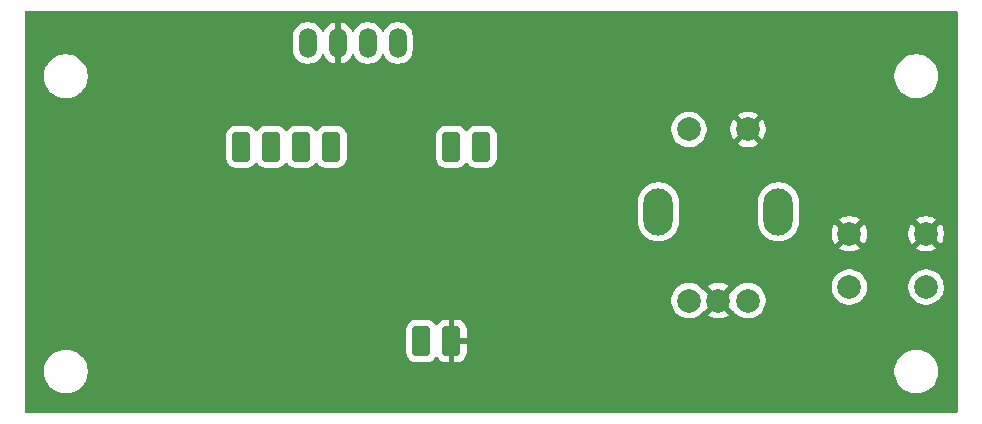
<source format=gbr>
%TF.GenerationSoftware,KiCad,Pcbnew,9.0.1*%
%TF.CreationDate,2025-04-18T19:30:08+12:00*%
%TF.ProjectId,Custom_V0_Display,43757374-6f6d-45f5-9630-5f446973706c,rev?*%
%TF.SameCoordinates,Original*%
%TF.FileFunction,Copper,L1,Top*%
%TF.FilePolarity,Positive*%
%FSLAX46Y46*%
G04 Gerber Fmt 4.6, Leading zero omitted, Abs format (unit mm)*
G04 Created by KiCad (PCBNEW 9.0.1) date 2025-04-18 19:30:08*
%MOMM*%
%LPD*%
G01*
G04 APERTURE LIST*
G04 Aperture macros list*
%AMRoundRect*
0 Rectangle with rounded corners*
0 $1 Rounding radius*
0 $2 $3 $4 $5 $6 $7 $8 $9 X,Y pos of 4 corners*
0 Add a 4 corners polygon primitive as box body*
4,1,4,$2,$3,$4,$5,$6,$7,$8,$9,$2,$3,0*
0 Add four circle primitives for the rounded corners*
1,1,$1+$1,$2,$3*
1,1,$1+$1,$4,$5*
1,1,$1+$1,$6,$7*
1,1,$1+$1,$8,$9*
0 Add four rect primitives between the rounded corners*
20,1,$1+$1,$2,$3,$4,$5,0*
20,1,$1+$1,$4,$5,$6,$7,0*
20,1,$1+$1,$6,$7,$8,$9,0*
20,1,$1+$1,$8,$9,$2,$3,0*%
G04 Aperture macros list end*
%TA.AperFunction,ComponentPad*%
%ADD10RoundRect,0.400000X0.400000X-0.900000X0.400000X0.900000X-0.400000X0.900000X-0.400000X-0.900000X0*%
%TD*%
%TA.AperFunction,ComponentPad*%
%ADD11RoundRect,0.400050X0.400050X-0.899950X0.400050X0.899950X-0.400050X0.899950X-0.400050X-0.899950X0*%
%TD*%
%TA.AperFunction,ComponentPad*%
%ADD12O,1.524000X2.524000*%
%TD*%
%TA.AperFunction,ComponentPad*%
%ADD13C,2.000000*%
%TD*%
%TA.AperFunction,ComponentPad*%
%ADD14O,2.500000X4.000000*%
%TD*%
%TA.AperFunction,Conductor*%
%ADD15C,0.200000*%
%TD*%
G04 APERTURE END LIST*
D10*
%TO.P,REF\u002A\u002A,1*%
%TO.N,GPIO0*%
X124354950Y-61635000D03*
%TO.P,REF\u002A\u002A,2*%
%TO.N,GPIO1*%
X121814950Y-61635000D03*
D11*
%TO.P,REF\u002A\u002A,6*%
%TO.N,GPIO5*%
X111654950Y-61635000D03*
%TO.P,REF\u002A\u002A,7*%
%TO.N,GPIO6*%
X109114950Y-61635000D03*
%TO.P,REF\u002A\u002A,8*%
%TO.N,GPIO7*%
X106574950Y-61635000D03*
%TO.P,REF\u002A\u002A,9*%
%TO.N,GPIO8*%
X104034950Y-61635000D03*
%TO.P,REF\u002A\u002A,20*%
%TO.N,GND*%
X121814950Y-78075000D03*
%TO.P,REF\u002A\u002A,21*%
%TO.N,3v3*%
X119274950Y-78075000D03*
%TD*%
D12*
%TO.P,OLED1,1*%
%TO.N,3v3*%
X109660000Y-52850000D03*
%TO.P,OLED1,2*%
%TO.N,GND*%
X112200000Y-52850000D03*
%TO.P,OLED1,3*%
%TO.N,GPIO1*%
X114740000Y-52850000D03*
%TO.P,OLED1,4*%
%TO.N,GPIO0*%
X117280000Y-52850000D03*
%TD*%
D13*
%TO.P,SW1,1*%
%TO.N,GND*%
X155500000Y-69000000D03*
X162000000Y-69000000D03*
%TO.P,SW1,2*%
%TO.N,GPIO5*%
X155500000Y-73500000D03*
X162000000Y-73500000D03*
%TD*%
%TO.P,SW2,A*%
%TO.N,GPIO7*%
X141920000Y-74650000D03*
%TO.P,SW2,B*%
%TO.N,GPIO6*%
X146920000Y-74650000D03*
%TO.P,SW2,C*%
%TO.N,GND*%
X144420000Y-74650000D03*
D14*
%TO.P,SW2,MP*%
%TO.N,N/C*%
X139340000Y-67150000D03*
X149500000Y-67150000D03*
D13*
%TO.P,SW2,S1*%
%TO.N,GPIO8*%
X141920000Y-60150000D03*
%TO.P,SW2,S2*%
%TO.N,GND*%
X146920000Y-60150000D03*
%TD*%
D15*
%TO.N,GPIO8*%
X104034950Y-62235000D02*
X104034950Y-61665050D01*
%TD*%
%TA.AperFunction,Conductor*%
%TO.N,GND*%
G36*
X164612539Y-50170185D02*
G01*
X164658294Y-50222989D01*
X164669500Y-50274500D01*
X164669500Y-84025500D01*
X164649815Y-84092539D01*
X164597011Y-84138294D01*
X164545500Y-84149500D01*
X85794500Y-84149500D01*
X85727461Y-84129815D01*
X85681706Y-84077011D01*
X85670500Y-84025500D01*
X85670500Y-80528711D01*
X87319500Y-80528711D01*
X87319500Y-80771288D01*
X87351161Y-81011785D01*
X87413947Y-81246104D01*
X87506773Y-81470205D01*
X87506776Y-81470212D01*
X87628064Y-81680289D01*
X87628066Y-81680292D01*
X87628067Y-81680293D01*
X87775733Y-81872736D01*
X87775739Y-81872743D01*
X87947256Y-82044260D01*
X87947262Y-82044265D01*
X88139711Y-82191936D01*
X88349788Y-82313224D01*
X88573900Y-82406054D01*
X88808211Y-82468838D01*
X88988586Y-82492584D01*
X89048711Y-82500500D01*
X89048712Y-82500500D01*
X89291289Y-82500500D01*
X89339388Y-82494167D01*
X89531789Y-82468838D01*
X89766100Y-82406054D01*
X89990212Y-82313224D01*
X90200289Y-82191936D01*
X90392738Y-82044265D01*
X90564265Y-81872738D01*
X90711936Y-81680289D01*
X90833224Y-81470212D01*
X90926054Y-81246100D01*
X90988838Y-81011789D01*
X91020500Y-80771288D01*
X91020500Y-80528712D01*
X91020500Y-80528711D01*
X159319500Y-80528711D01*
X159319500Y-80771288D01*
X159351161Y-81011785D01*
X159413947Y-81246104D01*
X159506773Y-81470205D01*
X159506776Y-81470212D01*
X159628064Y-81680289D01*
X159628066Y-81680292D01*
X159628067Y-81680293D01*
X159775733Y-81872736D01*
X159775739Y-81872743D01*
X159947256Y-82044260D01*
X159947262Y-82044265D01*
X160139711Y-82191936D01*
X160349788Y-82313224D01*
X160573900Y-82406054D01*
X160808211Y-82468838D01*
X160988586Y-82492584D01*
X161048711Y-82500500D01*
X161048712Y-82500500D01*
X161291289Y-82500500D01*
X161339388Y-82494167D01*
X161531789Y-82468838D01*
X161766100Y-82406054D01*
X161990212Y-82313224D01*
X162200289Y-82191936D01*
X162392738Y-82044265D01*
X162564265Y-81872738D01*
X162711936Y-81680289D01*
X162833224Y-81470212D01*
X162926054Y-81246100D01*
X162988838Y-81011789D01*
X163020500Y-80771288D01*
X163020500Y-80528712D01*
X162988838Y-80288211D01*
X162926054Y-80053900D01*
X162833224Y-79829788D01*
X162711936Y-79619711D01*
X162595621Y-79468126D01*
X162564266Y-79427263D01*
X162564260Y-79427256D01*
X162392743Y-79255739D01*
X162392736Y-79255733D01*
X162200293Y-79108067D01*
X162200292Y-79108066D01*
X162200289Y-79108064D01*
X161990212Y-78986776D01*
X161990205Y-78986773D01*
X161766104Y-78893947D01*
X161531785Y-78831161D01*
X161291289Y-78799500D01*
X161291288Y-78799500D01*
X161048712Y-78799500D01*
X161048711Y-78799500D01*
X160808214Y-78831161D01*
X160573895Y-78893947D01*
X160349794Y-78986773D01*
X160349785Y-78986777D01*
X160139706Y-79108067D01*
X159947263Y-79255733D01*
X159947256Y-79255739D01*
X159775739Y-79427256D01*
X159775733Y-79427263D01*
X159628067Y-79619706D01*
X159506777Y-79829785D01*
X159506773Y-79829794D01*
X159413947Y-80053895D01*
X159351161Y-80288214D01*
X159319500Y-80528711D01*
X91020500Y-80528711D01*
X90988838Y-80288211D01*
X90926054Y-80053900D01*
X90833224Y-79829788D01*
X90711936Y-79619711D01*
X90595621Y-79468126D01*
X90564266Y-79427263D01*
X90564260Y-79427256D01*
X90392743Y-79255739D01*
X90392736Y-79255733D01*
X90200293Y-79108067D01*
X90200292Y-79108066D01*
X90200289Y-79108064D01*
X89990212Y-78986776D01*
X89990205Y-78986773D01*
X89766104Y-78893947D01*
X89531785Y-78831161D01*
X89291289Y-78799500D01*
X89291288Y-78799500D01*
X89048712Y-78799500D01*
X89048711Y-78799500D01*
X88808214Y-78831161D01*
X88573895Y-78893947D01*
X88349794Y-78986773D01*
X88349785Y-78986777D01*
X88139706Y-79108067D01*
X87947263Y-79255733D01*
X87947256Y-79255739D01*
X87775739Y-79427256D01*
X87775733Y-79427263D01*
X87628067Y-79619706D01*
X87506777Y-79829785D01*
X87506773Y-79829794D01*
X87413947Y-80053895D01*
X87351161Y-80288214D01*
X87319500Y-80528711D01*
X85670500Y-80528711D01*
X85670500Y-77112019D01*
X117974350Y-77112019D01*
X117974350Y-79037964D01*
X117974351Y-79037983D01*
X117980537Y-79116599D01*
X117980537Y-79116602D01*
X117980538Y-79116603D01*
X118029534Y-79299456D01*
X118058912Y-79357114D01*
X118115473Y-79468124D01*
X118115474Y-79468126D01*
X118181301Y-79549414D01*
X118234608Y-79615242D01*
X118315896Y-79681068D01*
X118381723Y-79734375D01*
X118381725Y-79734376D01*
X118437229Y-79762656D01*
X118550394Y-79820316D01*
X118733247Y-79869312D01*
X118811875Y-79875500D01*
X119738024Y-79875499D01*
X119816653Y-79869312D01*
X119999506Y-79820316D01*
X120168176Y-79734375D01*
X120315292Y-79615242D01*
X120434425Y-79468126D01*
X120434744Y-79467500D01*
X120435025Y-79467201D01*
X120437964Y-79462677D01*
X120438791Y-79463214D01*
X120482718Y-79416703D01*
X120550538Y-79399907D01*
X120616674Y-79422443D01*
X120651680Y-79462843D01*
X120652357Y-79462404D01*
X120655518Y-79467271D01*
X120655715Y-79467499D01*
X120655894Y-79467851D01*
X120655896Y-79467854D01*
X120774963Y-79614886D01*
X120921995Y-79733953D01*
X120921998Y-79733955D01*
X121090575Y-79819848D01*
X121273327Y-79868816D01*
X121351896Y-79874999D01*
X121351910Y-79875000D01*
X121564950Y-79875000D01*
X122064950Y-79875000D01*
X122277990Y-79875000D01*
X122278003Y-79874999D01*
X122356572Y-79868816D01*
X122539324Y-79819848D01*
X122707901Y-79733955D01*
X122707904Y-79733953D01*
X122854936Y-79614886D01*
X122974003Y-79467854D01*
X122974005Y-79467851D01*
X123059898Y-79299274D01*
X123108866Y-79116522D01*
X123115049Y-79037953D01*
X123115050Y-79037940D01*
X123115050Y-78325000D01*
X122064950Y-78325000D01*
X122064950Y-79875000D01*
X121564950Y-79875000D01*
X121564950Y-77790686D01*
X121569344Y-77795080D01*
X121660556Y-77847741D01*
X121762289Y-77875000D01*
X121867611Y-77875000D01*
X121969344Y-77847741D01*
X122060556Y-77795080D01*
X122064950Y-77790686D01*
X122064950Y-77825000D01*
X123115050Y-77825000D01*
X123115050Y-77112059D01*
X123115049Y-77112046D01*
X123108866Y-77033477D01*
X123059898Y-76850725D01*
X122974005Y-76682148D01*
X122974003Y-76682145D01*
X122854936Y-76535113D01*
X122707904Y-76416046D01*
X122707901Y-76416044D01*
X122539324Y-76330151D01*
X122356572Y-76281183D01*
X122278003Y-76275000D01*
X122064950Y-76275000D01*
X122064950Y-77159314D01*
X122060556Y-77154920D01*
X121969344Y-77102259D01*
X121867611Y-77075000D01*
X121762289Y-77075000D01*
X121660556Y-77102259D01*
X121569344Y-77154920D01*
X121564950Y-77159314D01*
X121564950Y-76275000D01*
X121351896Y-76275000D01*
X121273327Y-76281183D01*
X121090575Y-76330151D01*
X120921998Y-76416044D01*
X120921995Y-76416046D01*
X120774963Y-76535113D01*
X120655896Y-76682145D01*
X120655892Y-76682151D01*
X120655711Y-76682508D01*
X120655551Y-76682677D01*
X120652357Y-76687596D01*
X120651457Y-76687011D01*
X120607734Y-76733301D01*
X120539912Y-76750092D01*
X120473778Y-76727550D01*
X120438576Y-76686924D01*
X120437964Y-76687323D01*
X120435098Y-76682910D01*
X120434748Y-76682506D01*
X120434427Y-76681877D01*
X120434425Y-76681873D01*
X120381118Y-76616046D01*
X120315292Y-76534758D01*
X120249464Y-76481451D01*
X120168176Y-76415624D01*
X120168174Y-76415623D01*
X120057164Y-76359062D01*
X119999506Y-76329684D01*
X119932574Y-76311749D01*
X119816651Y-76280687D01*
X119744378Y-76275000D01*
X119738025Y-76274500D01*
X119738024Y-76274500D01*
X118811885Y-76274500D01*
X118811866Y-76274501D01*
X118733250Y-76280687D01*
X118550394Y-76329684D01*
X118381725Y-76415623D01*
X118381723Y-76415624D01*
X118234608Y-76534758D01*
X118115474Y-76681873D01*
X118115473Y-76681875D01*
X118029534Y-76850544D01*
X117980537Y-77033398D01*
X117974350Y-77112019D01*
X85670500Y-77112019D01*
X85670500Y-74531902D01*
X140419500Y-74531902D01*
X140419500Y-74768097D01*
X140456446Y-75001368D01*
X140529433Y-75225996D01*
X140636657Y-75436433D01*
X140775483Y-75627510D01*
X140942490Y-75794517D01*
X141133567Y-75933343D01*
X141232991Y-75984002D01*
X141344003Y-76040566D01*
X141344005Y-76040566D01*
X141344008Y-76040568D01*
X141464412Y-76079689D01*
X141568631Y-76113553D01*
X141801903Y-76150500D01*
X141801908Y-76150500D01*
X142038097Y-76150500D01*
X142271368Y-76113553D01*
X142272870Y-76113065D01*
X142495992Y-76040568D01*
X142706433Y-75933343D01*
X142897510Y-75794517D01*
X143064517Y-75627510D01*
X143109267Y-75565915D01*
X143113680Y-75561031D01*
X143138059Y-75546063D01*
X143160711Y-75528596D01*
X143168343Y-75527470D01*
X143173223Y-75524475D01*
X143186770Y-75524753D01*
X143192543Y-75523902D01*
X143896212Y-74820233D01*
X143907482Y-74862292D01*
X143979890Y-74987708D01*
X144082292Y-75090110D01*
X144207708Y-75162518D01*
X144249765Y-75173787D01*
X143550893Y-75872658D01*
X143633828Y-75932914D01*
X143844197Y-76040102D01*
X144068752Y-76113065D01*
X144068751Y-76113065D01*
X144301948Y-76150000D01*
X144538052Y-76150000D01*
X144771247Y-76113065D01*
X144995802Y-76040102D01*
X145206163Y-75932918D01*
X145206169Y-75932914D01*
X145289104Y-75872658D01*
X145289105Y-75872658D01*
X144590233Y-75173787D01*
X144632292Y-75162518D01*
X144757708Y-75090110D01*
X144860110Y-74987708D01*
X144932518Y-74862292D01*
X144943787Y-74820234D01*
X145649270Y-75525717D01*
X145692943Y-75534891D01*
X145734614Y-75571259D01*
X145775483Y-75627510D01*
X145942490Y-75794517D01*
X146133567Y-75933343D01*
X146232991Y-75984002D01*
X146344003Y-76040566D01*
X146344005Y-76040566D01*
X146344008Y-76040568D01*
X146464412Y-76079689D01*
X146568631Y-76113553D01*
X146801903Y-76150500D01*
X146801908Y-76150500D01*
X147038097Y-76150500D01*
X147271368Y-76113553D01*
X147272870Y-76113065D01*
X147495992Y-76040568D01*
X147706433Y-75933343D01*
X147897510Y-75794517D01*
X148064517Y-75627510D01*
X148203343Y-75436433D01*
X148310568Y-75225992D01*
X148383553Y-75001368D01*
X148401102Y-74890568D01*
X148420500Y-74768097D01*
X148420500Y-74531902D01*
X148383553Y-74298631D01*
X148311214Y-74075996D01*
X148310568Y-74074008D01*
X148310566Y-74074005D01*
X148310566Y-74074003D01*
X148203342Y-73863566D01*
X148139791Y-73776096D01*
X148064517Y-73672490D01*
X147897510Y-73505483D01*
X147727416Y-73381902D01*
X153999500Y-73381902D01*
X153999500Y-73618097D01*
X154036446Y-73851368D01*
X154109433Y-74075996D01*
X154177656Y-74209890D01*
X154216657Y-74286433D01*
X154355483Y-74477510D01*
X154522490Y-74644517D01*
X154713567Y-74783343D01*
X154812991Y-74834002D01*
X154924003Y-74890566D01*
X154924005Y-74890566D01*
X154924008Y-74890568D01*
X155044412Y-74929689D01*
X155148631Y-74963553D01*
X155381903Y-75000500D01*
X155381908Y-75000500D01*
X155618097Y-75000500D01*
X155851368Y-74963553D01*
X156075992Y-74890568D01*
X156286433Y-74783343D01*
X156477510Y-74644517D01*
X156644517Y-74477510D01*
X156783343Y-74286433D01*
X156890568Y-74075992D01*
X156963553Y-73851368D01*
X156977216Y-73765105D01*
X157000500Y-73618097D01*
X157000500Y-73381902D01*
X160499500Y-73381902D01*
X160499500Y-73618097D01*
X160536446Y-73851368D01*
X160609433Y-74075996D01*
X160677656Y-74209890D01*
X160716657Y-74286433D01*
X160855483Y-74477510D01*
X161022490Y-74644517D01*
X161213567Y-74783343D01*
X161312991Y-74834002D01*
X161424003Y-74890566D01*
X161424005Y-74890566D01*
X161424008Y-74890568D01*
X161544412Y-74929689D01*
X161648631Y-74963553D01*
X161881903Y-75000500D01*
X161881908Y-75000500D01*
X162118097Y-75000500D01*
X162351368Y-74963553D01*
X162575992Y-74890568D01*
X162786433Y-74783343D01*
X162977510Y-74644517D01*
X163144517Y-74477510D01*
X163283343Y-74286433D01*
X163390568Y-74075992D01*
X163463553Y-73851368D01*
X163477216Y-73765105D01*
X163500500Y-73618097D01*
X163500500Y-73381902D01*
X163463553Y-73148631D01*
X163390566Y-72924003D01*
X163283342Y-72713566D01*
X163144517Y-72522490D01*
X162977510Y-72355483D01*
X162786433Y-72216657D01*
X162575996Y-72109433D01*
X162351368Y-72036446D01*
X162118097Y-71999500D01*
X162118092Y-71999500D01*
X161881908Y-71999500D01*
X161881903Y-71999500D01*
X161648631Y-72036446D01*
X161424003Y-72109433D01*
X161213566Y-72216657D01*
X161104550Y-72295862D01*
X161022490Y-72355483D01*
X161022488Y-72355485D01*
X161022487Y-72355485D01*
X160855485Y-72522487D01*
X160855485Y-72522488D01*
X160855483Y-72522490D01*
X160795862Y-72604550D01*
X160716657Y-72713566D01*
X160609433Y-72924003D01*
X160536446Y-73148631D01*
X160499500Y-73381902D01*
X157000500Y-73381902D01*
X156963553Y-73148631D01*
X156890566Y-72924003D01*
X156783342Y-72713566D01*
X156644517Y-72522490D01*
X156477510Y-72355483D01*
X156286433Y-72216657D01*
X156075996Y-72109433D01*
X155851368Y-72036446D01*
X155618097Y-71999500D01*
X155618092Y-71999500D01*
X155381908Y-71999500D01*
X155381903Y-71999500D01*
X155148631Y-72036446D01*
X154924003Y-72109433D01*
X154713566Y-72216657D01*
X154604550Y-72295862D01*
X154522490Y-72355483D01*
X154522488Y-72355485D01*
X154522487Y-72355485D01*
X154355485Y-72522487D01*
X154355485Y-72522488D01*
X154355483Y-72522490D01*
X154295862Y-72604550D01*
X154216657Y-72713566D01*
X154109433Y-72924003D01*
X154036446Y-73148631D01*
X153999500Y-73381902D01*
X147727416Y-73381902D01*
X147706433Y-73366657D01*
X147495996Y-73259433D01*
X147271368Y-73186446D01*
X147038097Y-73149500D01*
X147038092Y-73149500D01*
X146801908Y-73149500D01*
X146801903Y-73149500D01*
X146568631Y-73186446D01*
X146344003Y-73259433D01*
X146133566Y-73366657D01*
X146050047Y-73427338D01*
X145942490Y-73505483D01*
X145942488Y-73505485D01*
X145942487Y-73505485D01*
X145775482Y-73672490D01*
X145734615Y-73728739D01*
X145679285Y-73771404D01*
X145647455Y-73776096D01*
X144943787Y-74479765D01*
X144932518Y-74437708D01*
X144860110Y-74312292D01*
X144757708Y-74209890D01*
X144632292Y-74137482D01*
X144590234Y-74126212D01*
X145289105Y-73427340D01*
X145289104Y-73427338D01*
X145206174Y-73367087D01*
X144995802Y-73259897D01*
X144771247Y-73186934D01*
X144771248Y-73186934D01*
X144538052Y-73150000D01*
X144301948Y-73150000D01*
X144068752Y-73186934D01*
X143844197Y-73259897D01*
X143633830Y-73367084D01*
X143550894Y-73427340D01*
X144249766Y-74126212D01*
X144207708Y-74137482D01*
X144082292Y-74209890D01*
X143979890Y-74312292D01*
X143907482Y-74437708D01*
X143896212Y-74479765D01*
X143191809Y-73775363D01*
X143177862Y-73771577D01*
X143147052Y-73765105D01*
X143143361Y-73762214D01*
X143140824Y-73761526D01*
X143131673Y-73753060D01*
X143113680Y-73738968D01*
X143109264Y-73734079D01*
X143064517Y-73672490D01*
X142897510Y-73505483D01*
X142706433Y-73366657D01*
X142495996Y-73259433D01*
X142271368Y-73186446D01*
X142038097Y-73149500D01*
X142038092Y-73149500D01*
X141801908Y-73149500D01*
X141801903Y-73149500D01*
X141568631Y-73186446D01*
X141344003Y-73259433D01*
X141133566Y-73366657D01*
X141050047Y-73427338D01*
X140942490Y-73505483D01*
X140942488Y-73505485D01*
X140942487Y-73505485D01*
X140775485Y-73672487D01*
X140775485Y-73672488D01*
X140775483Y-73672490D01*
X140734616Y-73728739D01*
X140636657Y-73863566D01*
X140529433Y-74074003D01*
X140456446Y-74298631D01*
X140419500Y-74531902D01*
X85670500Y-74531902D01*
X85670500Y-66285258D01*
X137589500Y-66285258D01*
X137589500Y-68014741D01*
X137604793Y-68130893D01*
X137619452Y-68242238D01*
X137619453Y-68242240D01*
X137678842Y-68463887D01*
X137766650Y-68675876D01*
X137766657Y-68675890D01*
X137881392Y-68874617D01*
X138021081Y-69056661D01*
X138021089Y-69056670D01*
X138183330Y-69218911D01*
X138183338Y-69218918D01*
X138365382Y-69358607D01*
X138365385Y-69358608D01*
X138365388Y-69358611D01*
X138564112Y-69473344D01*
X138564117Y-69473346D01*
X138564123Y-69473349D01*
X138655480Y-69511190D01*
X138776113Y-69561158D01*
X138997762Y-69620548D01*
X139225266Y-69650500D01*
X139225273Y-69650500D01*
X139454727Y-69650500D01*
X139454734Y-69650500D01*
X139682238Y-69620548D01*
X139903887Y-69561158D01*
X140115888Y-69473344D01*
X140314612Y-69358611D01*
X140496661Y-69218919D01*
X140496665Y-69218914D01*
X140496670Y-69218911D01*
X140658911Y-69056670D01*
X140658914Y-69056665D01*
X140658919Y-69056661D01*
X140798611Y-68874612D01*
X140913344Y-68675888D01*
X141001158Y-68463887D01*
X141060548Y-68242238D01*
X141090500Y-68014734D01*
X141090500Y-66285266D01*
X141090499Y-66285258D01*
X147749500Y-66285258D01*
X147749500Y-68014741D01*
X147764793Y-68130893D01*
X147779452Y-68242238D01*
X147779453Y-68242240D01*
X147838842Y-68463887D01*
X147926650Y-68675876D01*
X147926657Y-68675890D01*
X148041392Y-68874617D01*
X148181081Y-69056661D01*
X148181089Y-69056670D01*
X148343330Y-69218911D01*
X148343338Y-69218918D01*
X148525382Y-69358607D01*
X148525385Y-69358608D01*
X148525388Y-69358611D01*
X148724112Y-69473344D01*
X148724117Y-69473346D01*
X148724123Y-69473349D01*
X148815480Y-69511190D01*
X148936113Y-69561158D01*
X149157762Y-69620548D01*
X149385266Y-69650500D01*
X149385273Y-69650500D01*
X149614727Y-69650500D01*
X149614734Y-69650500D01*
X149842238Y-69620548D01*
X150063887Y-69561158D01*
X150275888Y-69473344D01*
X150474612Y-69358611D01*
X150656661Y-69218919D01*
X150656665Y-69218914D01*
X150656670Y-69218911D01*
X150818911Y-69056670D01*
X150818914Y-69056665D01*
X150818919Y-69056661D01*
X150952983Y-68881947D01*
X154000000Y-68881947D01*
X154000000Y-69118052D01*
X154036934Y-69351247D01*
X154109897Y-69575802D01*
X154217087Y-69786174D01*
X154277338Y-69869104D01*
X154277340Y-69869105D01*
X154976212Y-69170233D01*
X154987482Y-69212292D01*
X155059890Y-69337708D01*
X155162292Y-69440110D01*
X155287708Y-69512518D01*
X155329765Y-69523787D01*
X154630893Y-70222658D01*
X154713828Y-70282914D01*
X154924197Y-70390102D01*
X155148752Y-70463065D01*
X155148751Y-70463065D01*
X155381948Y-70500000D01*
X155618052Y-70500000D01*
X155851247Y-70463065D01*
X156075802Y-70390102D01*
X156286163Y-70282918D01*
X156286169Y-70282914D01*
X156369104Y-70222658D01*
X156369105Y-70222658D01*
X155670233Y-69523787D01*
X155712292Y-69512518D01*
X155837708Y-69440110D01*
X155940110Y-69337708D01*
X156012518Y-69212292D01*
X156023787Y-69170234D01*
X156722658Y-69869105D01*
X156722658Y-69869104D01*
X156782914Y-69786169D01*
X156782918Y-69786163D01*
X156890102Y-69575802D01*
X156963065Y-69351247D01*
X157000000Y-69118052D01*
X157000000Y-68881947D01*
X160500000Y-68881947D01*
X160500000Y-69118052D01*
X160536934Y-69351247D01*
X160609897Y-69575802D01*
X160717087Y-69786174D01*
X160777338Y-69869104D01*
X160777340Y-69869105D01*
X161476212Y-69170233D01*
X161487482Y-69212292D01*
X161559890Y-69337708D01*
X161662292Y-69440110D01*
X161787708Y-69512518D01*
X161829765Y-69523787D01*
X161130893Y-70222658D01*
X161213828Y-70282914D01*
X161424197Y-70390102D01*
X161648752Y-70463065D01*
X161648751Y-70463065D01*
X161881948Y-70500000D01*
X162118052Y-70500000D01*
X162351247Y-70463065D01*
X162575802Y-70390102D01*
X162786163Y-70282918D01*
X162786169Y-70282914D01*
X162869104Y-70222658D01*
X162869105Y-70222658D01*
X162170233Y-69523787D01*
X162212292Y-69512518D01*
X162337708Y-69440110D01*
X162440110Y-69337708D01*
X162512518Y-69212292D01*
X162523787Y-69170233D01*
X163222658Y-69869105D01*
X163222658Y-69869104D01*
X163282914Y-69786169D01*
X163282918Y-69786163D01*
X163390102Y-69575802D01*
X163463065Y-69351247D01*
X163500000Y-69118052D01*
X163500000Y-68881947D01*
X163463065Y-68648752D01*
X163390102Y-68424197D01*
X163282914Y-68213828D01*
X163222658Y-68130894D01*
X163222658Y-68130893D01*
X162523787Y-68829765D01*
X162512518Y-68787708D01*
X162440110Y-68662292D01*
X162337708Y-68559890D01*
X162212292Y-68487482D01*
X162170234Y-68476212D01*
X162869105Y-67777340D01*
X162869104Y-67777338D01*
X162786174Y-67717087D01*
X162575802Y-67609897D01*
X162351247Y-67536934D01*
X162351248Y-67536934D01*
X162118052Y-67500000D01*
X161881948Y-67500000D01*
X161648752Y-67536934D01*
X161424197Y-67609897D01*
X161213830Y-67717084D01*
X161130894Y-67777340D01*
X161829766Y-68476212D01*
X161787708Y-68487482D01*
X161662292Y-68559890D01*
X161559890Y-68662292D01*
X161487482Y-68787708D01*
X161476212Y-68829766D01*
X160777340Y-68130894D01*
X160717084Y-68213830D01*
X160609897Y-68424197D01*
X160536934Y-68648752D01*
X160500000Y-68881947D01*
X157000000Y-68881947D01*
X156963065Y-68648752D01*
X156890102Y-68424197D01*
X156782914Y-68213828D01*
X156722658Y-68130894D01*
X156722658Y-68130893D01*
X156023787Y-68829765D01*
X156012518Y-68787708D01*
X155940110Y-68662292D01*
X155837708Y-68559890D01*
X155712292Y-68487482D01*
X155670234Y-68476212D01*
X156369105Y-67777340D01*
X156369104Y-67777339D01*
X156286174Y-67717087D01*
X156075802Y-67609897D01*
X155851247Y-67536934D01*
X155851248Y-67536934D01*
X155618052Y-67500000D01*
X155381948Y-67500000D01*
X155148752Y-67536934D01*
X154924197Y-67609897D01*
X154713830Y-67717084D01*
X154630894Y-67777340D01*
X155329766Y-68476212D01*
X155287708Y-68487482D01*
X155162292Y-68559890D01*
X155059890Y-68662292D01*
X154987482Y-68787708D01*
X154976212Y-68829766D01*
X154277340Y-68130894D01*
X154217084Y-68213830D01*
X154109897Y-68424197D01*
X154036934Y-68648752D01*
X154000000Y-68881947D01*
X150952983Y-68881947D01*
X150958611Y-68874612D01*
X151073344Y-68675888D01*
X151161158Y-68463887D01*
X151220548Y-68242238D01*
X151250500Y-68014734D01*
X151250500Y-66285266D01*
X151220548Y-66057762D01*
X151161158Y-65836113D01*
X151073344Y-65624112D01*
X150958611Y-65425388D01*
X150958608Y-65425385D01*
X150958607Y-65425382D01*
X150818918Y-65243338D01*
X150818911Y-65243330D01*
X150656670Y-65081089D01*
X150656661Y-65081081D01*
X150474617Y-64941392D01*
X150275890Y-64826657D01*
X150275876Y-64826650D01*
X150063887Y-64738842D01*
X149842238Y-64679452D01*
X149804215Y-64674446D01*
X149614741Y-64649500D01*
X149614734Y-64649500D01*
X149385266Y-64649500D01*
X149385258Y-64649500D01*
X149168715Y-64678009D01*
X149157762Y-64679452D01*
X149064076Y-64704554D01*
X148936112Y-64738842D01*
X148724123Y-64826650D01*
X148724109Y-64826657D01*
X148525382Y-64941392D01*
X148343338Y-65081081D01*
X148181081Y-65243338D01*
X148041392Y-65425382D01*
X147926657Y-65624109D01*
X147926650Y-65624123D01*
X147838842Y-65836112D01*
X147779453Y-66057759D01*
X147779451Y-66057770D01*
X147749500Y-66285258D01*
X141090499Y-66285258D01*
X141060548Y-66057762D01*
X141001158Y-65836113D01*
X140913344Y-65624112D01*
X140798611Y-65425388D01*
X140798608Y-65425385D01*
X140798607Y-65425382D01*
X140658918Y-65243338D01*
X140658911Y-65243330D01*
X140496670Y-65081089D01*
X140496661Y-65081081D01*
X140314617Y-64941392D01*
X140115890Y-64826657D01*
X140115876Y-64826650D01*
X139903887Y-64738842D01*
X139682238Y-64679452D01*
X139644215Y-64674446D01*
X139454741Y-64649500D01*
X139454734Y-64649500D01*
X139225266Y-64649500D01*
X139225258Y-64649500D01*
X139008715Y-64678009D01*
X138997762Y-64679452D01*
X138904076Y-64704554D01*
X138776112Y-64738842D01*
X138564123Y-64826650D01*
X138564109Y-64826657D01*
X138365382Y-64941392D01*
X138183338Y-65081081D01*
X138021081Y-65243338D01*
X137881392Y-65425382D01*
X137766657Y-65624109D01*
X137766650Y-65624123D01*
X137678842Y-65836112D01*
X137619453Y-66057759D01*
X137619451Y-66057770D01*
X137589500Y-66285258D01*
X85670500Y-66285258D01*
X85670500Y-60672019D01*
X102734350Y-60672019D01*
X102734350Y-62597964D01*
X102734351Y-62597983D01*
X102740537Y-62676599D01*
X102740538Y-62676601D01*
X102740538Y-62676603D01*
X102789534Y-62859456D01*
X102818912Y-62917114D01*
X102875473Y-63028124D01*
X102875474Y-63028126D01*
X102941301Y-63109414D01*
X102994608Y-63175242D01*
X103075896Y-63241068D01*
X103141723Y-63294375D01*
X103141725Y-63294376D01*
X103197229Y-63322656D01*
X103310394Y-63380316D01*
X103493247Y-63429312D01*
X103571875Y-63435500D01*
X104498024Y-63435499D01*
X104576653Y-63429312D01*
X104759506Y-63380316D01*
X104928176Y-63294375D01*
X105075292Y-63175242D01*
X105194425Y-63028126D01*
X105194462Y-63028052D01*
X105194496Y-63028016D01*
X105197964Y-63022677D01*
X105198940Y-63023310D01*
X105242434Y-62977255D01*
X105310254Y-62960455D01*
X105376390Y-62982989D01*
X105411196Y-63023157D01*
X105411936Y-63022677D01*
X105415394Y-63028002D01*
X105415438Y-63028053D01*
X105415476Y-63028128D01*
X105467115Y-63091896D01*
X105534608Y-63175242D01*
X105615896Y-63241068D01*
X105681723Y-63294375D01*
X105681725Y-63294376D01*
X105737229Y-63322656D01*
X105850394Y-63380316D01*
X106033247Y-63429312D01*
X106111875Y-63435500D01*
X107038024Y-63435499D01*
X107116653Y-63429312D01*
X107299506Y-63380316D01*
X107468176Y-63294375D01*
X107615292Y-63175242D01*
X107734425Y-63028126D01*
X107734462Y-63028052D01*
X107734496Y-63028016D01*
X107737964Y-63022677D01*
X107738940Y-63023310D01*
X107782434Y-62977255D01*
X107850254Y-62960455D01*
X107916390Y-62982989D01*
X107951196Y-63023157D01*
X107951936Y-63022677D01*
X107955394Y-63028002D01*
X107955438Y-63028053D01*
X107955476Y-63028128D01*
X108007115Y-63091896D01*
X108074608Y-63175242D01*
X108155896Y-63241068D01*
X108221723Y-63294375D01*
X108221725Y-63294376D01*
X108277229Y-63322656D01*
X108390394Y-63380316D01*
X108573247Y-63429312D01*
X108651875Y-63435500D01*
X109578024Y-63435499D01*
X109656653Y-63429312D01*
X109839506Y-63380316D01*
X110008176Y-63294375D01*
X110155292Y-63175242D01*
X110274425Y-63028126D01*
X110274462Y-63028052D01*
X110274496Y-63028016D01*
X110277964Y-63022677D01*
X110278940Y-63023310D01*
X110322434Y-62977255D01*
X110390254Y-62960455D01*
X110456390Y-62982989D01*
X110491196Y-63023157D01*
X110491936Y-63022677D01*
X110495394Y-63028002D01*
X110495438Y-63028053D01*
X110495476Y-63028128D01*
X110547115Y-63091896D01*
X110614608Y-63175242D01*
X110695896Y-63241068D01*
X110761723Y-63294375D01*
X110761725Y-63294376D01*
X110817229Y-63322656D01*
X110930394Y-63380316D01*
X111113247Y-63429312D01*
X111191875Y-63435500D01*
X112118024Y-63435499D01*
X112196653Y-63429312D01*
X112379506Y-63380316D01*
X112548176Y-63294375D01*
X112695292Y-63175242D01*
X112814425Y-63028126D01*
X112900366Y-62859456D01*
X112949362Y-62676603D01*
X112955550Y-62597975D01*
X112955549Y-60672026D01*
X112955545Y-60671973D01*
X120514450Y-60671973D01*
X120514450Y-62598010D01*
X120514451Y-62598029D01*
X120520637Y-62676643D01*
X120520638Y-62676645D01*
X120569630Y-62859488D01*
X120591733Y-62902868D01*
X120655564Y-63028146D01*
X120704809Y-63088958D01*
X120774693Y-63175257D01*
X120881261Y-63261554D01*
X120921803Y-63294385D01*
X121005321Y-63336938D01*
X121090462Y-63380320D01*
X121273305Y-63429312D01*
X121351929Y-63435500D01*
X122277970Y-63435499D01*
X122356595Y-63429312D01*
X122539438Y-63380320D01*
X122667958Y-63314835D01*
X122708096Y-63294385D01*
X122708097Y-63294383D01*
X122708099Y-63294383D01*
X122855207Y-63175257D01*
X122974333Y-63028149D01*
X122974464Y-63027892D01*
X122974580Y-63027768D01*
X122977875Y-63022696D01*
X122978802Y-63023298D01*
X123022438Y-62977095D01*
X123090259Y-62960299D01*
X123156394Y-62982835D01*
X123191326Y-63023149D01*
X123192025Y-63022696D01*
X123195290Y-63027724D01*
X123195436Y-63027892D01*
X123195567Y-63028149D01*
X123314693Y-63175257D01*
X123421261Y-63261554D01*
X123461803Y-63294385D01*
X123545321Y-63336938D01*
X123630462Y-63380320D01*
X123813305Y-63429312D01*
X123891929Y-63435500D01*
X124817970Y-63435499D01*
X124896595Y-63429312D01*
X125079438Y-63380320D01*
X125207958Y-63314835D01*
X125248096Y-63294385D01*
X125248097Y-63294383D01*
X125248099Y-63294383D01*
X125395207Y-63175257D01*
X125514333Y-63028149D01*
X125514528Y-63027768D01*
X125540346Y-62977095D01*
X125600270Y-62859488D01*
X125649262Y-62676645D01*
X125655450Y-62598021D01*
X125655449Y-60671980D01*
X125649262Y-60593355D01*
X125600270Y-60410512D01*
X125537419Y-60287159D01*
X125514335Y-60241853D01*
X125439953Y-60150000D01*
X125395207Y-60094743D01*
X125317661Y-60031947D01*
X125317605Y-60031902D01*
X140419500Y-60031902D01*
X140419500Y-60268097D01*
X140456446Y-60501368D01*
X140529433Y-60725996D01*
X140636519Y-60936163D01*
X140636657Y-60936433D01*
X140775483Y-61127510D01*
X140942490Y-61294517D01*
X141133567Y-61433343D01*
X141232991Y-61484002D01*
X141344003Y-61540566D01*
X141344005Y-61540566D01*
X141344008Y-61540568D01*
X141464412Y-61579689D01*
X141568631Y-61613553D01*
X141801903Y-61650500D01*
X141801908Y-61650500D01*
X142038097Y-61650500D01*
X142271368Y-61613553D01*
X142272870Y-61613065D01*
X142495992Y-61540568D01*
X142706433Y-61433343D01*
X142897510Y-61294517D01*
X143064517Y-61127510D01*
X143203343Y-60936433D01*
X143310568Y-60725992D01*
X143383553Y-60501368D01*
X143397943Y-60410512D01*
X143420500Y-60268097D01*
X143420500Y-60031947D01*
X145420000Y-60031947D01*
X145420000Y-60268052D01*
X145456934Y-60501247D01*
X145529897Y-60725802D01*
X145637087Y-60936174D01*
X145697338Y-61019104D01*
X145697340Y-61019105D01*
X146396212Y-60320233D01*
X146407482Y-60362292D01*
X146479890Y-60487708D01*
X146582292Y-60590110D01*
X146707708Y-60662518D01*
X146749765Y-60673787D01*
X146050893Y-61372658D01*
X146133828Y-61432914D01*
X146344197Y-61540102D01*
X146568752Y-61613065D01*
X146568751Y-61613065D01*
X146801948Y-61650000D01*
X147038052Y-61650000D01*
X147271247Y-61613065D01*
X147495802Y-61540102D01*
X147706163Y-61432918D01*
X147706169Y-61432914D01*
X147789104Y-61372658D01*
X147789105Y-61372658D01*
X147090233Y-60673787D01*
X147132292Y-60662518D01*
X147257708Y-60590110D01*
X147360110Y-60487708D01*
X147432518Y-60362292D01*
X147443787Y-60320234D01*
X148142658Y-61019105D01*
X148142658Y-61019104D01*
X148202914Y-60936169D01*
X148202918Y-60936163D01*
X148310102Y-60725802D01*
X148383065Y-60501247D01*
X148420000Y-60268052D01*
X148420000Y-60031947D01*
X148383065Y-59798752D01*
X148310102Y-59574197D01*
X148202914Y-59363828D01*
X148142658Y-59280894D01*
X148142658Y-59280893D01*
X147443787Y-59979765D01*
X147432518Y-59937708D01*
X147360110Y-59812292D01*
X147257708Y-59709890D01*
X147132292Y-59637482D01*
X147090234Y-59626212D01*
X147789105Y-58927340D01*
X147789104Y-58927338D01*
X147706174Y-58867087D01*
X147495802Y-58759897D01*
X147271247Y-58686934D01*
X147271248Y-58686934D01*
X147038052Y-58650000D01*
X146801948Y-58650000D01*
X146568752Y-58686934D01*
X146344197Y-58759897D01*
X146133830Y-58867084D01*
X146050894Y-58927340D01*
X146749766Y-59626212D01*
X146707708Y-59637482D01*
X146582292Y-59709890D01*
X146479890Y-59812292D01*
X146407482Y-59937708D01*
X146396212Y-59979766D01*
X145697340Y-59280894D01*
X145637084Y-59363830D01*
X145529897Y-59574197D01*
X145456934Y-59798752D01*
X145420000Y-60031947D01*
X143420500Y-60031947D01*
X143420500Y-60031902D01*
X143383553Y-59798631D01*
X143310566Y-59574003D01*
X143203477Y-59363830D01*
X143203343Y-59363567D01*
X143064517Y-59172490D01*
X142897510Y-59005483D01*
X142706433Y-58866657D01*
X142495996Y-58759433D01*
X142271368Y-58686446D01*
X142038097Y-58649500D01*
X142038092Y-58649500D01*
X141801908Y-58649500D01*
X141801903Y-58649500D01*
X141568631Y-58686446D01*
X141344003Y-58759433D01*
X141133566Y-58866657D01*
X141050047Y-58927338D01*
X140942490Y-59005483D01*
X140942488Y-59005485D01*
X140942487Y-59005485D01*
X140775485Y-59172487D01*
X140775485Y-59172488D01*
X140775483Y-59172490D01*
X140715862Y-59254550D01*
X140636657Y-59363566D01*
X140529433Y-59574003D01*
X140456446Y-59798631D01*
X140419500Y-60031902D01*
X125317605Y-60031902D01*
X125248096Y-59975614D01*
X125122818Y-59911783D01*
X125079438Y-59889680D01*
X125012512Y-59871747D01*
X124896593Y-59840687D01*
X124824686Y-59835028D01*
X124817971Y-59834500D01*
X124817970Y-59834500D01*
X123891939Y-59834500D01*
X123891920Y-59834501D01*
X123813306Y-59840687D01*
X123630462Y-59889680D01*
X123461803Y-59975614D01*
X123314693Y-60094743D01*
X123195563Y-60241855D01*
X123195432Y-60242114D01*
X123195315Y-60242237D01*
X123192025Y-60247304D01*
X123191098Y-60246702D01*
X123147455Y-60292908D01*
X123079633Y-60309700D01*
X123013499Y-60287159D01*
X122978572Y-60246850D01*
X122977875Y-60247304D01*
X122974613Y-60242281D01*
X122974468Y-60242114D01*
X122974336Y-60241855D01*
X122958589Y-60222409D01*
X122855207Y-60094743D01*
X122768908Y-60024859D01*
X122708096Y-59975614D01*
X122582818Y-59911783D01*
X122539438Y-59889680D01*
X122472512Y-59871747D01*
X122356593Y-59840687D01*
X122284686Y-59835028D01*
X122277971Y-59834500D01*
X122277970Y-59834500D01*
X121351939Y-59834500D01*
X121351920Y-59834501D01*
X121273306Y-59840687D01*
X121090462Y-59889680D01*
X120921803Y-59975614D01*
X120774693Y-60094743D01*
X120655564Y-60241853D01*
X120569630Y-60410512D01*
X120520637Y-60593356D01*
X120520637Y-60593357D01*
X120514450Y-60671973D01*
X112955545Y-60671973D01*
X112949362Y-60593397D01*
X112900366Y-60410544D01*
X112827784Y-60268092D01*
X112814426Y-60241875D01*
X112814425Y-60241873D01*
X112740026Y-60150000D01*
X112695292Y-60094758D01*
X112629464Y-60041451D01*
X112548176Y-59975624D01*
X112548174Y-59975623D01*
X112437164Y-59919062D01*
X112379506Y-59889684D01*
X112312574Y-59871749D01*
X112196651Y-59840687D01*
X112124740Y-59835028D01*
X112118025Y-59834500D01*
X112118024Y-59834500D01*
X111191885Y-59834500D01*
X111191866Y-59834501D01*
X111113250Y-59840687D01*
X110930394Y-59889684D01*
X110761725Y-59975623D01*
X110761723Y-59975624D01*
X110614608Y-60094758D01*
X110495474Y-60241873D01*
X110495434Y-60241953D01*
X110495399Y-60241989D01*
X110491936Y-60247323D01*
X110490960Y-60246689D01*
X110447459Y-60292749D01*
X110379638Y-60309543D01*
X110313503Y-60287005D01*
X110278703Y-60246843D01*
X110277964Y-60247323D01*
X110274509Y-60242002D01*
X110274466Y-60241953D01*
X110274426Y-60241875D01*
X110274425Y-60241873D01*
X110200026Y-60150000D01*
X110155292Y-60094758D01*
X110089464Y-60041451D01*
X110008176Y-59975624D01*
X110008174Y-59975623D01*
X109897164Y-59919062D01*
X109839506Y-59889684D01*
X109772574Y-59871749D01*
X109656651Y-59840687D01*
X109584740Y-59835028D01*
X109578025Y-59834500D01*
X109578024Y-59834500D01*
X108651885Y-59834500D01*
X108651866Y-59834501D01*
X108573250Y-59840687D01*
X108390394Y-59889684D01*
X108221725Y-59975623D01*
X108221723Y-59975624D01*
X108074608Y-60094758D01*
X107955474Y-60241873D01*
X107955434Y-60241953D01*
X107955399Y-60241989D01*
X107951936Y-60247323D01*
X107950960Y-60246689D01*
X107907459Y-60292749D01*
X107839638Y-60309543D01*
X107773503Y-60287005D01*
X107738703Y-60246843D01*
X107737964Y-60247323D01*
X107734509Y-60242002D01*
X107734466Y-60241953D01*
X107734426Y-60241875D01*
X107734425Y-60241873D01*
X107660026Y-60150000D01*
X107615292Y-60094758D01*
X107549464Y-60041451D01*
X107468176Y-59975624D01*
X107468174Y-59975623D01*
X107357164Y-59919062D01*
X107299506Y-59889684D01*
X107232574Y-59871749D01*
X107116651Y-59840687D01*
X107044740Y-59835028D01*
X107038025Y-59834500D01*
X107038024Y-59834500D01*
X106111885Y-59834500D01*
X106111866Y-59834501D01*
X106033250Y-59840687D01*
X105850394Y-59889684D01*
X105681725Y-59975623D01*
X105681723Y-59975624D01*
X105534608Y-60094758D01*
X105415474Y-60241873D01*
X105415434Y-60241953D01*
X105415399Y-60241989D01*
X105411936Y-60247323D01*
X105410960Y-60246689D01*
X105367459Y-60292749D01*
X105299638Y-60309543D01*
X105233503Y-60287005D01*
X105198703Y-60246843D01*
X105197964Y-60247323D01*
X105194509Y-60242002D01*
X105194466Y-60241953D01*
X105194426Y-60241875D01*
X105194425Y-60241873D01*
X105120026Y-60150000D01*
X105075292Y-60094758D01*
X105009464Y-60041451D01*
X104928176Y-59975624D01*
X104928174Y-59975623D01*
X104817164Y-59919062D01*
X104759506Y-59889684D01*
X104692574Y-59871749D01*
X104576651Y-59840687D01*
X104504740Y-59835028D01*
X104498025Y-59834500D01*
X104498024Y-59834500D01*
X103571885Y-59834500D01*
X103571866Y-59834501D01*
X103493250Y-59840687D01*
X103310394Y-59889684D01*
X103141725Y-59975623D01*
X103141723Y-59975624D01*
X102994608Y-60094758D01*
X102875474Y-60241873D01*
X102875473Y-60241875D01*
X102789534Y-60410544D01*
X102740537Y-60593398D01*
X102734350Y-60672019D01*
X85670500Y-60672019D01*
X85670500Y-55528711D01*
X87319500Y-55528711D01*
X87319500Y-55771288D01*
X87351161Y-56011785D01*
X87413947Y-56246104D01*
X87506773Y-56470205D01*
X87506776Y-56470212D01*
X87628064Y-56680289D01*
X87628066Y-56680292D01*
X87628067Y-56680293D01*
X87775733Y-56872736D01*
X87775739Y-56872743D01*
X87947256Y-57044260D01*
X87947262Y-57044265D01*
X88139711Y-57191936D01*
X88349788Y-57313224D01*
X88573900Y-57406054D01*
X88808211Y-57468838D01*
X88988586Y-57492584D01*
X89048711Y-57500500D01*
X89048712Y-57500500D01*
X89291289Y-57500500D01*
X89339388Y-57494167D01*
X89531789Y-57468838D01*
X89766100Y-57406054D01*
X89990212Y-57313224D01*
X90200289Y-57191936D01*
X90392738Y-57044265D01*
X90564265Y-56872738D01*
X90711936Y-56680289D01*
X90833224Y-56470212D01*
X90926054Y-56246100D01*
X90988838Y-56011789D01*
X91020500Y-55771288D01*
X91020500Y-55528712D01*
X91020500Y-55528711D01*
X159319500Y-55528711D01*
X159319500Y-55771288D01*
X159351161Y-56011785D01*
X159413947Y-56246104D01*
X159506773Y-56470205D01*
X159506776Y-56470212D01*
X159628064Y-56680289D01*
X159628066Y-56680292D01*
X159628067Y-56680293D01*
X159775733Y-56872736D01*
X159775739Y-56872743D01*
X159947256Y-57044260D01*
X159947262Y-57044265D01*
X160139711Y-57191936D01*
X160349788Y-57313224D01*
X160573900Y-57406054D01*
X160808211Y-57468838D01*
X160988586Y-57492584D01*
X161048711Y-57500500D01*
X161048712Y-57500500D01*
X161291289Y-57500500D01*
X161339388Y-57494167D01*
X161531789Y-57468838D01*
X161766100Y-57406054D01*
X161990212Y-57313224D01*
X162200289Y-57191936D01*
X162392738Y-57044265D01*
X162564265Y-56872738D01*
X162711936Y-56680289D01*
X162833224Y-56470212D01*
X162926054Y-56246100D01*
X162988838Y-56011789D01*
X163020500Y-55771288D01*
X163020500Y-55528712D01*
X162988838Y-55288211D01*
X162926054Y-55053900D01*
X162833224Y-54829788D01*
X162711936Y-54619711D01*
X162635074Y-54519542D01*
X162564266Y-54427263D01*
X162564260Y-54427256D01*
X162392743Y-54255739D01*
X162392736Y-54255733D01*
X162200293Y-54108067D01*
X162200292Y-54108066D01*
X162200289Y-54108064D01*
X161990212Y-53986776D01*
X161990205Y-53986773D01*
X161766104Y-53893947D01*
X161621570Y-53855219D01*
X161531789Y-53831162D01*
X161531788Y-53831161D01*
X161531785Y-53831161D01*
X161291289Y-53799500D01*
X161291288Y-53799500D01*
X161048712Y-53799500D01*
X161048711Y-53799500D01*
X160808214Y-53831161D01*
X160573895Y-53893947D01*
X160349794Y-53986773D01*
X160349785Y-53986777D01*
X160139706Y-54108067D01*
X159947263Y-54255733D01*
X159947256Y-54255739D01*
X159775739Y-54427256D01*
X159775733Y-54427263D01*
X159628067Y-54619706D01*
X159506777Y-54829785D01*
X159506773Y-54829794D01*
X159413947Y-55053895D01*
X159351161Y-55288214D01*
X159319500Y-55528711D01*
X91020500Y-55528711D01*
X90988838Y-55288211D01*
X90926054Y-55053900D01*
X90833224Y-54829788D01*
X90711936Y-54619711D01*
X90635074Y-54519542D01*
X90564266Y-54427263D01*
X90564260Y-54427256D01*
X90392743Y-54255739D01*
X90392736Y-54255733D01*
X90200293Y-54108067D01*
X90200292Y-54108066D01*
X90200289Y-54108064D01*
X89990212Y-53986776D01*
X89990205Y-53986773D01*
X89766104Y-53893947D01*
X89621570Y-53855219D01*
X89531789Y-53831162D01*
X89531788Y-53831161D01*
X89531785Y-53831161D01*
X89291289Y-53799500D01*
X89291288Y-53799500D01*
X89048712Y-53799500D01*
X89048711Y-53799500D01*
X88808214Y-53831161D01*
X88573895Y-53893947D01*
X88349794Y-53986773D01*
X88349785Y-53986777D01*
X88139706Y-54108067D01*
X87947263Y-54255733D01*
X87947256Y-54255739D01*
X87775739Y-54427256D01*
X87775733Y-54427263D01*
X87628067Y-54619706D01*
X87506777Y-54829785D01*
X87506773Y-54829794D01*
X87413947Y-55053895D01*
X87351161Y-55288214D01*
X87319500Y-55528711D01*
X85670500Y-55528711D01*
X85670500Y-52250639D01*
X108397500Y-52250639D01*
X108397500Y-53449360D01*
X108428587Y-53645637D01*
X108489993Y-53834629D01*
X108489994Y-53834632D01*
X108567517Y-53986777D01*
X108580213Y-54011694D01*
X108697019Y-54172464D01*
X108837536Y-54312981D01*
X108998306Y-54429787D01*
X109085149Y-54474035D01*
X109175367Y-54520005D01*
X109175370Y-54520006D01*
X109269866Y-54550709D01*
X109364364Y-54581413D01*
X109560639Y-54612500D01*
X109560640Y-54612500D01*
X109759360Y-54612500D01*
X109759361Y-54612500D01*
X109955636Y-54581413D01*
X110144632Y-54520005D01*
X110321694Y-54429787D01*
X110482464Y-54312981D01*
X110622981Y-54172464D01*
X110739787Y-54011694D01*
X110819796Y-53854667D01*
X110867769Y-53803872D01*
X110935590Y-53787077D01*
X111001725Y-53809614D01*
X111040765Y-53854668D01*
X111120641Y-54011432D01*
X111237403Y-54172139D01*
X111237403Y-54172140D01*
X111377859Y-54312596D01*
X111538567Y-54429358D01*
X111715562Y-54519542D01*
X111904473Y-54580922D01*
X111950000Y-54588133D01*
X111950000Y-53638816D01*
X111966060Y-53654876D01*
X112052939Y-53705036D01*
X112149840Y-53731000D01*
X112250160Y-53731000D01*
X112347061Y-53705036D01*
X112433940Y-53654876D01*
X112450000Y-53638816D01*
X112450000Y-54588132D01*
X112495526Y-54580922D01*
X112684437Y-54519542D01*
X112861432Y-54429358D01*
X113022139Y-54312596D01*
X113022140Y-54312596D01*
X113162596Y-54172140D01*
X113162596Y-54172139D01*
X113279358Y-54011432D01*
X113359234Y-53854668D01*
X113407208Y-53803872D01*
X113475029Y-53787077D01*
X113541164Y-53809614D01*
X113580203Y-53854667D01*
X113660213Y-54011694D01*
X113777019Y-54172464D01*
X113917536Y-54312981D01*
X114078306Y-54429787D01*
X114165149Y-54474035D01*
X114255367Y-54520005D01*
X114255370Y-54520006D01*
X114349866Y-54550709D01*
X114444364Y-54581413D01*
X114640639Y-54612500D01*
X114640640Y-54612500D01*
X114839360Y-54612500D01*
X114839361Y-54612500D01*
X115035636Y-54581413D01*
X115224632Y-54520005D01*
X115401694Y-54429787D01*
X115562464Y-54312981D01*
X115702981Y-54172464D01*
X115819787Y-54011694D01*
X115899515Y-53855218D01*
X115947490Y-53804423D01*
X116015311Y-53787628D01*
X116081446Y-53810165D01*
X116120484Y-53855218D01*
X116200213Y-54011694D01*
X116317019Y-54172464D01*
X116457536Y-54312981D01*
X116618306Y-54429787D01*
X116705149Y-54474035D01*
X116795367Y-54520005D01*
X116795370Y-54520006D01*
X116889866Y-54550709D01*
X116984364Y-54581413D01*
X117180639Y-54612500D01*
X117180640Y-54612500D01*
X117379360Y-54612500D01*
X117379361Y-54612500D01*
X117575636Y-54581413D01*
X117764632Y-54520005D01*
X117941694Y-54429787D01*
X118102464Y-54312981D01*
X118242981Y-54172464D01*
X118359787Y-54011694D01*
X118450005Y-53834632D01*
X118511413Y-53645636D01*
X118542500Y-53449361D01*
X118542500Y-52250639D01*
X118511413Y-52054364D01*
X118450005Y-51865368D01*
X118450005Y-51865367D01*
X118359921Y-51688569D01*
X118359787Y-51688306D01*
X118242981Y-51527536D01*
X118102464Y-51387019D01*
X117941694Y-51270213D01*
X117764632Y-51179994D01*
X117764629Y-51179993D01*
X117575637Y-51118587D01*
X117477498Y-51103043D01*
X117379361Y-51087500D01*
X117180639Y-51087500D01*
X117115214Y-51097862D01*
X116984362Y-51118587D01*
X116795370Y-51179993D01*
X116795367Y-51179994D01*
X116618305Y-51270213D01*
X116457533Y-51387021D01*
X116317021Y-51527533D01*
X116200213Y-51688305D01*
X116120485Y-51844780D01*
X116072510Y-51895576D01*
X116004689Y-51912371D01*
X115938554Y-51889833D01*
X115899515Y-51844780D01*
X115819921Y-51688569D01*
X115819787Y-51688306D01*
X115702981Y-51527536D01*
X115562464Y-51387019D01*
X115401694Y-51270213D01*
X115224632Y-51179994D01*
X115224629Y-51179993D01*
X115035637Y-51118587D01*
X114937498Y-51103043D01*
X114839361Y-51087500D01*
X114640639Y-51087500D01*
X114575214Y-51097862D01*
X114444362Y-51118587D01*
X114255370Y-51179993D01*
X114255367Y-51179994D01*
X114078305Y-51270213D01*
X113917533Y-51387021D01*
X113777021Y-51527533D01*
X113660213Y-51688305D01*
X113580204Y-51845331D01*
X113532229Y-51896127D01*
X113464408Y-51912922D01*
X113398273Y-51890384D01*
X113359234Y-51845331D01*
X113279358Y-51688567D01*
X113162596Y-51527860D01*
X113162596Y-51527859D01*
X113022140Y-51387403D01*
X112861432Y-51270641D01*
X112684434Y-51180456D01*
X112684436Y-51180456D01*
X112495517Y-51119074D01*
X112450000Y-51111865D01*
X112450000Y-52061184D01*
X112433940Y-52045124D01*
X112347061Y-51994964D01*
X112250160Y-51969000D01*
X112149840Y-51969000D01*
X112052939Y-51994964D01*
X111966060Y-52045124D01*
X111950000Y-52061184D01*
X111950000Y-51111865D01*
X111949999Y-51111865D01*
X111904482Y-51119074D01*
X111715564Y-51180456D01*
X111538567Y-51270641D01*
X111377860Y-51387403D01*
X111377859Y-51387403D01*
X111237403Y-51527859D01*
X111237403Y-51527860D01*
X111120639Y-51688569D01*
X111040764Y-51845332D01*
X110992790Y-51896127D01*
X110924969Y-51912922D01*
X110858834Y-51890384D01*
X110819796Y-51845332D01*
X110739787Y-51688306D01*
X110622981Y-51527536D01*
X110482464Y-51387019D01*
X110321694Y-51270213D01*
X110144632Y-51179994D01*
X110144629Y-51179993D01*
X109955637Y-51118587D01*
X109857498Y-51103043D01*
X109759361Y-51087500D01*
X109560639Y-51087500D01*
X109495214Y-51097862D01*
X109364362Y-51118587D01*
X109175370Y-51179993D01*
X109175367Y-51179994D01*
X108998305Y-51270213D01*
X108837533Y-51387021D01*
X108697021Y-51527533D01*
X108580213Y-51688305D01*
X108489994Y-51865367D01*
X108489993Y-51865370D01*
X108428587Y-52054362D01*
X108397500Y-52250639D01*
X85670500Y-52250639D01*
X85670500Y-50274500D01*
X85690185Y-50207461D01*
X85742989Y-50161706D01*
X85794500Y-50150500D01*
X164545500Y-50150500D01*
X164612539Y-50170185D01*
G37*
%TD.AperFunction*%
%TD*%
M02*

</source>
